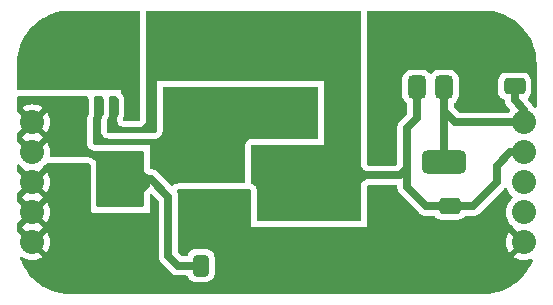
<source format=gtl>
%TF.GenerationSoftware,KiCad,Pcbnew,8.0.0*%
%TF.CreationDate,2024-05-08T18:39:59-04:00*%
%TF.ProjectId,myPowerBoardDesign,6d79506f-7765-4724-926f-617264446573,rev?*%
%TF.SameCoordinates,Original*%
%TF.FileFunction,Copper,L1,Top*%
%TF.FilePolarity,Positive*%
%FSLAX46Y46*%
G04 Gerber Fmt 4.6, Leading zero omitted, Abs format (unit mm)*
G04 Created by KiCad (PCBNEW 8.0.0) date 2024-05-08 18:39:59*
%MOMM*%
%LPD*%
G01*
G04 APERTURE LIST*
G04 Aperture macros list*
%AMRoundRect*
0 Rectangle with rounded corners*
0 $1 Rounding radius*
0 $2 $3 $4 $5 $6 $7 $8 $9 X,Y pos of 4 corners*
0 Add a 4 corners polygon primitive as box body*
4,1,4,$2,$3,$4,$5,$6,$7,$8,$9,$2,$3,0*
0 Add four circle primitives for the rounded corners*
1,1,$1+$1,$2,$3*
1,1,$1+$1,$4,$5*
1,1,$1+$1,$6,$7*
1,1,$1+$1,$8,$9*
0 Add four rect primitives between the rounded corners*
20,1,$1+$1,$2,$3,$4,$5,0*
20,1,$1+$1,$4,$5,$6,$7,0*
20,1,$1+$1,$6,$7,$8,$9,0*
20,1,$1+$1,$8,$9,$2,$3,0*%
G04 Aperture macros list end*
%TA.AperFunction,SMDPad,CuDef*%
%ADD10RoundRect,0.250000X-0.900000X1.000000X-0.900000X-1.000000X0.900000X-1.000000X0.900000X1.000000X0*%
%TD*%
%TA.AperFunction,SMDPad,CuDef*%
%ADD11RoundRect,0.250000X0.650000X-0.412500X0.650000X0.412500X-0.650000X0.412500X-0.650000X-0.412500X0*%
%TD*%
%TA.AperFunction,SMDPad,CuDef*%
%ADD12RoundRect,0.250000X-0.650000X0.412500X-0.650000X-0.412500X0.650000X-0.412500X0.650000X0.412500X0*%
%TD*%
%TA.AperFunction,SMDPad,CuDef*%
%ADD13RoundRect,0.250000X0.412500X0.650000X-0.412500X0.650000X-0.412500X-0.650000X0.412500X-0.650000X0*%
%TD*%
%TA.AperFunction,SMDPad,CuDef*%
%ADD14RoundRect,0.250000X-1.000000X1.950000X-1.000000X-1.950000X1.000000X-1.950000X1.000000X1.950000X0*%
%TD*%
%TA.AperFunction,SMDPad,CuDef*%
%ADD15R,10.200000X3.500000*%
%TD*%
%TA.AperFunction,ComponentPad*%
%ADD16C,2.032000*%
%TD*%
%TA.AperFunction,SMDPad,CuDef*%
%ADD17RoundRect,0.375000X-0.375000X0.625000X-0.375000X-0.625000X0.375000X-0.625000X0.375000X0.625000X0*%
%TD*%
%TA.AperFunction,SMDPad,CuDef*%
%ADD18RoundRect,0.500000X-1.400000X0.500000X-1.400000X-0.500000X1.400000X-0.500000X1.400000X0.500000X0*%
%TD*%
%TA.AperFunction,SMDPad,CuDef*%
%ADD19RoundRect,0.150000X0.150000X-0.675000X0.150000X0.675000X-0.150000X0.675000X-0.150000X-0.675000X0*%
%TD*%
%TA.AperFunction,ViaPad*%
%ADD20C,0.700000*%
%TD*%
%TA.AperFunction,Conductor*%
%ADD21C,0.635000*%
%TD*%
G04 APERTURE END LIST*
D10*
%TO.P,D1,1,K*%
%TO.N,Net-(D1-K)*%
X63977500Y-47872500D03*
%TO.P,D1,2,A*%
%TO.N,GND*%
X63977500Y-52172500D03*
%TD*%
D11*
%TO.P,C7,1*%
%TO.N,GND*%
X84000000Y-54312500D03*
%TO.P,C7,2*%
%TO.N,+5V*%
X84000000Y-51187500D03*
%TD*%
D12*
%TO.P,C5,1*%
%TO.N,GND*%
X89500000Y-37937500D03*
%TO.P,C5,2*%
%TO.N,+3V3*%
X89500000Y-41062500D03*
%TD*%
D13*
%TO.P,C2,1*%
%TO.N,GND*%
X66062500Y-56250000D03*
%TO.P,C2,2*%
%TO.N,VIN*%
X62937500Y-56250000D03*
%TD*%
D14*
%TO.P,C1,1*%
%TO.N,VIN*%
X56400000Y-48900000D03*
%TO.P,C1,2*%
%TO.N,GND*%
X56400000Y-56300000D03*
%TD*%
D15*
%TO.P,L1,1,1*%
%TO.N,Net-(D1-K)*%
X67000000Y-43300000D03*
%TO.P,L1,2,2*%
%TO.N,+5V*%
X67000000Y-36700000D03*
%TD*%
D16*
%TO.P,J1,1,VIN*%
%TO.N,VIN*%
X48670000Y-44110000D03*
%TO.P,J1,2,VIN*%
X48670000Y-46650000D03*
%TO.P,J1,3,GND*%
%TO.N,GND*%
X48670000Y-49190000D03*
%TO.P,J1,4,GND*%
X48670000Y-51730000D03*
%TO.P,J1,5,GND*%
X48670000Y-54270000D03*
%TO.P,J1,6,GND*%
X90285000Y-54270000D03*
%TO.P,J1,7,VOUT2*%
%TO.N,unconnected-(J1-VOUT2-Pad7)*%
X90285000Y-51730000D03*
%TO.P,J1,8,VOUT1*%
%TO.N,unconnected-(J1-VOUT1-Pad8)*%
X90285000Y-49190000D03*
%TO.P,J1,9,5V*%
%TO.N,+5V*%
X90285000Y-46650000D03*
%TO.P,J1,10,3V3*%
%TO.N,+3V3*%
X90285000Y-44110000D03*
%TD*%
D17*
%TO.P,U1,1,GND*%
%TO.N,GND*%
X85850000Y-41150000D03*
%TO.P,U1,2,VO*%
%TO.N,+3V3*%
X83550000Y-41150000D03*
D18*
X83550000Y-47450000D03*
D17*
%TO.P,U1,3,VI*%
%TO.N,+5V*%
X81250000Y-41150000D03*
%TD*%
D14*
%TO.P,C6,1*%
%TO.N,+5V*%
X75000000Y-48600000D03*
%TO.P,C6,2*%
%TO.N,GND*%
X75000000Y-56000000D03*
%TD*%
D19*
%TO.P,U2,1,VIN*%
%TO.N,VIN*%
X53095000Y-42825000D03*
%TO.P,U2,2,OUTPUT*%
%TO.N,Net-(D1-K)*%
X54365000Y-42825000D03*
%TO.P,U2,3,FB*%
%TO.N,+5V*%
X55635000Y-42825000D03*
%TO.P,U2,4,SD*%
%TO.N,GND*%
X56905000Y-42825000D03*
%TO.P,U2,5,GND*%
X56905000Y-37575000D03*
%TO.P,U2,6,GND*%
X55635000Y-37575000D03*
%TO.P,U2,7,GND*%
X54365000Y-37575000D03*
%TO.P,U2,8,GND*%
X53095000Y-37575000D03*
%TD*%
D20*
%TO.N,GND*%
X59000000Y-58200000D03*
X51200000Y-55600000D03*
X88200000Y-52800000D03*
X71000000Y-58200000D03*
X48200000Y-38200000D03*
X78000000Y-37800000D03*
X50800000Y-37000000D03*
X86600000Y-58000000D03*
X55800000Y-35600000D03*
X87200000Y-35400000D03*
X53400000Y-35600000D03*
X88200000Y-54600000D03*
X79200000Y-58000000D03*
X76800000Y-58000000D03*
X84400000Y-37800000D03*
X77800000Y-44600000D03*
X81600000Y-58000000D03*
X81600000Y-54200000D03*
X81600000Y-56400000D03*
X51200000Y-48800000D03*
X48200000Y-39400000D03*
X49200000Y-56600000D03*
X88400000Y-56400000D03*
X77800000Y-42400000D03*
X78000000Y-35400000D03*
X49600000Y-40800000D03*
X68400000Y-54000000D03*
X50800000Y-40800000D03*
X87200000Y-37800000D03*
X50800000Y-38200000D03*
X54400000Y-39400000D03*
X51200000Y-53400000D03*
X65600000Y-54400000D03*
X49600000Y-38200000D03*
X57000000Y-35600000D03*
X53400000Y-58000000D03*
X51200000Y-51200000D03*
X54600000Y-35600000D03*
X81400000Y-35400000D03*
X64600000Y-58200000D03*
X86600000Y-54600000D03*
X48200000Y-40800000D03*
X84400000Y-35400000D03*
X86600000Y-56400000D03*
X62400000Y-54400000D03*
X55800000Y-39400000D03*
X49600000Y-39400000D03*
X50800000Y-39400000D03*
X83800000Y-58000000D03*
X49600000Y-37000000D03*
X84000000Y-56400000D03*
X81400000Y-37800000D03*
X86600000Y-52800000D03*
X51200000Y-58000000D03*
X77800000Y-40200000D03*
X68400000Y-58200000D03*
X81600000Y-52600000D03*
X77800000Y-47000000D03*
%TD*%
D21*
%TO.N,VIN*%
X60200000Y-50400000D02*
X60200000Y-55450000D01*
X56400000Y-48900000D02*
X58700000Y-48900000D01*
X58700000Y-48900000D02*
X60200000Y-50400000D01*
X61000000Y-56250000D02*
X62937500Y-56250000D01*
X60200000Y-55450000D02*
X61000000Y-56250000D01*
%TO.N,+3V3*%
X90285000Y-44110000D02*
X84460000Y-44110000D01*
X83550000Y-43200000D02*
X83550000Y-47450000D01*
X90285000Y-43035000D02*
X89500000Y-42250000D01*
X83550000Y-41150000D02*
X83550000Y-43200000D01*
X84460000Y-44110000D02*
X83550000Y-43200000D01*
X90285000Y-44110000D02*
X90285000Y-43035000D01*
X89500000Y-42250000D02*
X89500000Y-41125000D01*
%TO.N,+5V*%
X89150000Y-46650000D02*
X90285000Y-46650000D01*
X80400000Y-48000000D02*
X80400000Y-44600000D01*
X80400000Y-44600000D02*
X81250000Y-43750000D01*
X88000000Y-49200000D02*
X88000000Y-47800000D01*
X84500000Y-51237500D02*
X85962500Y-51237500D01*
X84500000Y-51237500D02*
X82037500Y-51237500D01*
X80400000Y-48400000D02*
X80400000Y-48000000D01*
X82037500Y-51237500D02*
X80400000Y-49600000D01*
X81250000Y-43750000D02*
X81250000Y-41150000D01*
X88000000Y-47800000D02*
X89150000Y-46650000D01*
X85962500Y-51237500D02*
X88000000Y-49200000D01*
X80400000Y-49600000D02*
X80400000Y-48400000D01*
X75000000Y-48600000D02*
X79800000Y-48600000D01*
X79800000Y-48600000D02*
X80400000Y-48000000D01*
%TD*%
%TA.AperFunction,Conductor*%
%TO.N,GND*%
G36*
X53543039Y-47619685D02*
G01*
X53588794Y-47672489D01*
X53600000Y-47724000D01*
X53600000Y-51600000D01*
X53800000Y-51800000D01*
X58600000Y-51800000D01*
X58600000Y-50256189D01*
X58619685Y-50189150D01*
X58672489Y-50143395D01*
X58741647Y-50133451D01*
X58805203Y-50162476D01*
X58811681Y-50168508D01*
X59345681Y-50702508D01*
X59379166Y-50763831D01*
X59382000Y-50790189D01*
X59382000Y-55530570D01*
X59413433Y-55688595D01*
X59413436Y-55688605D01*
X59429985Y-55728557D01*
X59475097Y-55837468D01*
X59475098Y-55837471D01*
X59564617Y-55971444D01*
X59564620Y-55971448D01*
X60360277Y-56767103D01*
X60360287Y-56767114D01*
X60364617Y-56771444D01*
X60364618Y-56771445D01*
X60478555Y-56885382D01*
X60532216Y-56921236D01*
X60532218Y-56921238D01*
X60532219Y-56921238D01*
X60612532Y-56974903D01*
X60686963Y-57005732D01*
X60686964Y-57005733D01*
X60686965Y-57005733D01*
X60761398Y-57036565D01*
X60842993Y-57052795D01*
X60919429Y-57067999D01*
X60919433Y-57068000D01*
X60919434Y-57068000D01*
X61080566Y-57068000D01*
X61700498Y-57068000D01*
X61767537Y-57087685D01*
X61813292Y-57140489D01*
X61818202Y-57152993D01*
X61840186Y-57219334D01*
X61932288Y-57368656D01*
X62056344Y-57492712D01*
X62205666Y-57584814D01*
X62372203Y-57639999D01*
X62474991Y-57650500D01*
X63400008Y-57650499D01*
X63400016Y-57650498D01*
X63400019Y-57650498D01*
X63456302Y-57644748D01*
X63502797Y-57639999D01*
X63669334Y-57584814D01*
X63818656Y-57492712D01*
X63942712Y-57368656D01*
X64034814Y-57219334D01*
X64089999Y-57052797D01*
X64100500Y-56950009D01*
X64100499Y-55549992D01*
X64089999Y-55447203D01*
X64034814Y-55280666D01*
X63942712Y-55131344D01*
X63818656Y-55007288D01*
X63669334Y-54915186D01*
X63502797Y-54860001D01*
X63502795Y-54860000D01*
X63400010Y-54849500D01*
X62474998Y-54849500D01*
X62474980Y-54849501D01*
X62372203Y-54860000D01*
X62372200Y-54860001D01*
X62205668Y-54915185D01*
X62205663Y-54915187D01*
X62056342Y-55007289D01*
X61932289Y-55131342D01*
X61840187Y-55280663D01*
X61840185Y-55280668D01*
X61818204Y-55347004D01*
X61778431Y-55404449D01*
X61713915Y-55431272D01*
X61700498Y-55432000D01*
X61390188Y-55432000D01*
X61323149Y-55412315D01*
X61302507Y-55395681D01*
X61054319Y-55147492D01*
X61020834Y-55086169D01*
X61018000Y-55059811D01*
X61018000Y-50319433D01*
X61017999Y-50319429D01*
X61005420Y-50256189D01*
X60986565Y-50161398D01*
X60929860Y-50024501D01*
X60924902Y-50012531D01*
X60911779Y-49992891D01*
X60890901Y-49926213D01*
X60909386Y-49858833D01*
X60961365Y-49812143D01*
X61014881Y-49800000D01*
X67076000Y-49800000D01*
X67143039Y-49819685D01*
X67188794Y-49872489D01*
X67200000Y-49924000D01*
X67200000Y-53000000D01*
X77000000Y-53000000D01*
X77000000Y-49542000D01*
X77019685Y-49474961D01*
X77072489Y-49429206D01*
X77124000Y-49418000D01*
X79458000Y-49418000D01*
X79525039Y-49437685D01*
X79570794Y-49490489D01*
X79582000Y-49542000D01*
X79582000Y-49680570D01*
X79613433Y-49838594D01*
X79613436Y-49838606D01*
X79675093Y-49987461D01*
X79675100Y-49987474D01*
X79764617Y-50121444D01*
X79764620Y-50121448D01*
X81397777Y-51754603D01*
X81397787Y-51754614D01*
X81402117Y-51758944D01*
X81402118Y-51758945D01*
X81516055Y-51872882D01*
X81569717Y-51908736D01*
X81569719Y-51908739D01*
X81569719Y-51908738D01*
X81650026Y-51962399D01*
X81650032Y-51962403D01*
X81650036Y-51962405D01*
X81794828Y-52022379D01*
X81797389Y-52023547D01*
X81798895Y-52024063D01*
X81798896Y-52024064D01*
X81798898Y-52024065D01*
X81956931Y-52055499D01*
X81956933Y-52055500D01*
X81956934Y-52055500D01*
X81956935Y-52055500D01*
X82118066Y-52055500D01*
X82692769Y-52055500D01*
X82759808Y-52075185D01*
X82780450Y-52091818D01*
X82881344Y-52192712D01*
X83030666Y-52284814D01*
X83197203Y-52339999D01*
X83299991Y-52350500D01*
X84700008Y-52350499D01*
X84802797Y-52339999D01*
X84969334Y-52284814D01*
X85118656Y-52192712D01*
X85219550Y-52091818D01*
X85280873Y-52058334D01*
X85307231Y-52055500D01*
X86043067Y-52055500D01*
X86043068Y-52055499D01*
X86201102Y-52024065D01*
X86275535Y-51993233D01*
X86349968Y-51962403D01*
X86483945Y-51872882D01*
X88635382Y-49721445D01*
X88647430Y-49703412D01*
X88701039Y-49658608D01*
X88770363Y-49649898D01*
X88833392Y-49680050D01*
X88865094Y-49724849D01*
X88929608Y-49880600D01*
X88929610Y-49880604D01*
X88929611Y-49880605D01*
X89054332Y-50084132D01*
X89209357Y-50265643D01*
X89272337Y-50319433D01*
X89326520Y-50365710D01*
X89364713Y-50424217D01*
X89365211Y-50494085D01*
X89327857Y-50553131D01*
X89326520Y-50554290D01*
X89209357Y-50654357D01*
X89054332Y-50835867D01*
X88929608Y-51039399D01*
X88838261Y-51259931D01*
X88782538Y-51492036D01*
X88763811Y-51730000D01*
X88782538Y-51967963D01*
X88838261Y-52200068D01*
X88929608Y-52420600D01*
X88929610Y-52420604D01*
X88929611Y-52420605D01*
X89054332Y-52624132D01*
X89209357Y-52805643D01*
X89335225Y-52913144D01*
X89358180Y-52932750D01*
X89396373Y-52991257D01*
X89399887Y-53031335D01*
X90149057Y-53780504D01*
X90088919Y-53796619D01*
X89973080Y-53863498D01*
X89878498Y-53958080D01*
X89811619Y-54073919D01*
X89795505Y-54134057D01*
X89048229Y-53386781D01*
X88930056Y-53579621D01*
X88838742Y-53800074D01*
X88783033Y-54032116D01*
X88764312Y-54270000D01*
X88783033Y-54507883D01*
X88838742Y-54739925D01*
X88930056Y-54960378D01*
X89048229Y-55153217D01*
X89795504Y-54405941D01*
X89811619Y-54466081D01*
X89878498Y-54581920D01*
X89973080Y-54676502D01*
X90088919Y-54743381D01*
X90149056Y-54759494D01*
X89401781Y-55506769D01*
X89594621Y-55624943D01*
X89815075Y-55716257D01*
X89815072Y-55716257D01*
X90047116Y-55771966D01*
X90285000Y-55790687D01*
X90522883Y-55771966D01*
X90754925Y-55716257D01*
X90878986Y-55664869D01*
X90948455Y-55657400D01*
X91010934Y-55688675D01*
X91046587Y-55748763D01*
X91044094Y-55818588D01*
X91041000Y-55826883D01*
X90950002Y-56046572D01*
X90945430Y-56056376D01*
X90769183Y-56394942D01*
X90763775Y-56404310D01*
X90558681Y-56726244D01*
X90552476Y-56735105D01*
X90320110Y-57037930D01*
X90313156Y-57046217D01*
X90055284Y-57327635D01*
X90047635Y-57335284D01*
X89766217Y-57593156D01*
X89757930Y-57600110D01*
X89455105Y-57832476D01*
X89446244Y-57838681D01*
X89124310Y-58043775D01*
X89114942Y-58049183D01*
X88776376Y-58225430D01*
X88766572Y-58230002D01*
X88413921Y-58376075D01*
X88403755Y-58379775D01*
X88039721Y-58494554D01*
X88029272Y-58497354D01*
X87656610Y-58579971D01*
X87645957Y-58581849D01*
X87267526Y-58631671D01*
X87256750Y-58632614D01*
X86872703Y-58649382D01*
X86867294Y-58649500D01*
X51872706Y-58649500D01*
X51867297Y-58649382D01*
X51483249Y-58632614D01*
X51472473Y-58631671D01*
X51094042Y-58581849D01*
X51083389Y-58579971D01*
X50710727Y-58497354D01*
X50700278Y-58494554D01*
X50336244Y-58379775D01*
X50326078Y-58376075D01*
X49973427Y-58230002D01*
X49963623Y-58225430D01*
X49625057Y-58049183D01*
X49615689Y-58043775D01*
X49293755Y-57838681D01*
X49284894Y-57832476D01*
X48982069Y-57600110D01*
X48973782Y-57593156D01*
X48692364Y-57335284D01*
X48684715Y-57327635D01*
X48426843Y-57046217D01*
X48419889Y-57037930D01*
X48187523Y-56735105D01*
X48181318Y-56726244D01*
X47976224Y-56404310D01*
X47970816Y-56394942D01*
X47794569Y-56056376D01*
X47789997Y-56046572D01*
X47758880Y-55971448D01*
X47643920Y-55693911D01*
X47640224Y-55683754D01*
X47635688Y-55669367D01*
X47634303Y-55599511D01*
X47670905Y-55539996D01*
X47733873Y-55509717D01*
X47803215Y-55518288D01*
X47818739Y-55526354D01*
X47979621Y-55624943D01*
X48200075Y-55716257D01*
X48200072Y-55716257D01*
X48432116Y-55771966D01*
X48670000Y-55790687D01*
X48907883Y-55771966D01*
X49139925Y-55716257D01*
X49360378Y-55624943D01*
X49553217Y-55506770D01*
X49553217Y-55506769D01*
X48805942Y-54759495D01*
X48866081Y-54743381D01*
X48981920Y-54676502D01*
X49076502Y-54581920D01*
X49143381Y-54466081D01*
X49159495Y-54405942D01*
X49906769Y-55153217D01*
X49906770Y-55153217D01*
X50024943Y-54960378D01*
X50116257Y-54739925D01*
X50171966Y-54507883D01*
X50190687Y-54270000D01*
X50171966Y-54032116D01*
X50116257Y-53800074D01*
X50024943Y-53579621D01*
X49906769Y-53386781D01*
X49159494Y-54134056D01*
X49143381Y-54073919D01*
X49076502Y-53958080D01*
X48981920Y-53863498D01*
X48866081Y-53796619D01*
X48805942Y-53780505D01*
X49553217Y-53033229D01*
X49551009Y-53014575D01*
X49551009Y-52985423D01*
X49553217Y-52966769D01*
X48805942Y-52219495D01*
X48866081Y-52203381D01*
X48981920Y-52136502D01*
X49076502Y-52041920D01*
X49143381Y-51926081D01*
X49159495Y-51865942D01*
X49906769Y-52613217D01*
X49906770Y-52613217D01*
X50024943Y-52420378D01*
X50116257Y-52199925D01*
X50171966Y-51967883D01*
X50190687Y-51730000D01*
X50171966Y-51492116D01*
X50116257Y-51260074D01*
X50024943Y-51039621D01*
X49906769Y-50846781D01*
X49159494Y-51594056D01*
X49143381Y-51533919D01*
X49076502Y-51418080D01*
X48981920Y-51323498D01*
X48866081Y-51256619D01*
X48805942Y-51240505D01*
X49553217Y-50493229D01*
X49551009Y-50474575D01*
X49551009Y-50445423D01*
X49553217Y-50426769D01*
X48805942Y-49679495D01*
X48866081Y-49663381D01*
X48981920Y-49596502D01*
X49076502Y-49501920D01*
X49143381Y-49386081D01*
X49159495Y-49325942D01*
X49906769Y-50073217D01*
X49906770Y-50073217D01*
X50024943Y-49880378D01*
X50116257Y-49659925D01*
X50171966Y-49427883D01*
X50190687Y-49190000D01*
X50171966Y-48952116D01*
X50116257Y-48720074D01*
X50024943Y-48499621D01*
X49906769Y-48306781D01*
X49159494Y-49054056D01*
X49143381Y-48993919D01*
X49076502Y-48878080D01*
X48981920Y-48783498D01*
X48866081Y-48716619D01*
X48805942Y-48700505D01*
X49556122Y-47950324D01*
X49565878Y-47892728D01*
X49596816Y-47852752D01*
X49745643Y-47725643D01*
X49815827Y-47643467D01*
X49874332Y-47605275D01*
X49910116Y-47600000D01*
X53476000Y-47600000D01*
X53543039Y-47619685D01*
G37*
%TD.AperFunction*%
%TA.AperFunction,Conductor*%
G36*
X48196619Y-51926081D02*
G01*
X48263498Y-52041920D01*
X48358080Y-52136502D01*
X48473919Y-52203381D01*
X48534057Y-52219494D01*
X47786781Y-52966769D01*
X47788990Y-52985425D01*
X47788990Y-53014573D01*
X47786781Y-53033229D01*
X48534057Y-53780504D01*
X48473919Y-53796619D01*
X48358080Y-53863498D01*
X48263498Y-53958080D01*
X48196619Y-54073919D01*
X48180505Y-54134057D01*
X47406819Y-53360371D01*
X47373334Y-53299048D01*
X47370500Y-53272690D01*
X47370500Y-52727309D01*
X47390185Y-52660270D01*
X47406819Y-52639628D01*
X48180504Y-51865942D01*
X48196619Y-51926081D01*
G37*
%TD.AperFunction*%
%TA.AperFunction,Conductor*%
G36*
X48196619Y-49386081D02*
G01*
X48263498Y-49501920D01*
X48358080Y-49596502D01*
X48473919Y-49663381D01*
X48534057Y-49679494D01*
X47786781Y-50426769D01*
X47788990Y-50445425D01*
X47788990Y-50474573D01*
X47786781Y-50493229D01*
X48534057Y-51240504D01*
X48473919Y-51256619D01*
X48358080Y-51323498D01*
X48263498Y-51418080D01*
X48196619Y-51533919D01*
X48180505Y-51594057D01*
X47406819Y-50820371D01*
X47373334Y-50759048D01*
X47370500Y-50732690D01*
X47370500Y-50187309D01*
X47390185Y-50120270D01*
X47406819Y-50099628D01*
X48180504Y-49325942D01*
X48196619Y-49386081D01*
G37*
%TD.AperFunction*%
%TA.AperFunction,Conductor*%
G36*
X47575703Y-47705943D02*
G01*
X47588784Y-47719118D01*
X47592954Y-47724000D01*
X47594358Y-47725644D01*
X47743180Y-47852750D01*
X47781373Y-47911257D01*
X47784887Y-47951335D01*
X48534057Y-48700504D01*
X48473919Y-48716619D01*
X48358080Y-48783498D01*
X48263498Y-48878080D01*
X48196619Y-48993919D01*
X48180505Y-49054057D01*
X47406819Y-48280371D01*
X47373334Y-48219048D01*
X47370500Y-48192690D01*
X47370500Y-47799656D01*
X47390185Y-47732617D01*
X47442989Y-47686862D01*
X47512147Y-47676918D01*
X47575703Y-47705943D01*
G37*
%TD.AperFunction*%
%TA.AperFunction,Conductor*%
G36*
X86872702Y-34650617D02*
G01*
X87256771Y-34667386D01*
X87267506Y-34668326D01*
X87645971Y-34718152D01*
X87656597Y-34720025D01*
X88029284Y-34802648D01*
X88039710Y-34805442D01*
X88403765Y-34920227D01*
X88413911Y-34923920D01*
X88766578Y-35070000D01*
X88776369Y-35074566D01*
X89114942Y-35250816D01*
X89124310Y-35256224D01*
X89446244Y-35461318D01*
X89455105Y-35467523D01*
X89757930Y-35699889D01*
X89766217Y-35706843D01*
X90047635Y-35964715D01*
X90055284Y-35972364D01*
X90313156Y-36253782D01*
X90320110Y-36262069D01*
X90552476Y-36564894D01*
X90558681Y-36573755D01*
X90763775Y-36895689D01*
X90769183Y-36905057D01*
X90945430Y-37243623D01*
X90950002Y-37253427D01*
X91096075Y-37606078D01*
X91099775Y-37616244D01*
X91214554Y-37980278D01*
X91217354Y-37990727D01*
X91299971Y-38363389D01*
X91301849Y-38374042D01*
X91351671Y-38752473D01*
X91352614Y-38763249D01*
X91369382Y-39147297D01*
X91369500Y-39152706D01*
X91369500Y-42774571D01*
X91349815Y-42841610D01*
X91297011Y-42887365D01*
X91227853Y-42897309D01*
X91180710Y-42880298D01*
X91115364Y-42840254D01*
X91068489Y-42788443D01*
X91065594Y-42781981D01*
X91054257Y-42754612D01*
X91054256Y-42754610D01*
X91009905Y-42647536D01*
X91009904Y-42647535D01*
X91009903Y-42647532D01*
X90954501Y-42564618D01*
X90920382Y-42513555D01*
X90920380Y-42513553D01*
X90920378Y-42513550D01*
X90802126Y-42395298D01*
X90802103Y-42395277D01*
X90634278Y-42227452D01*
X90600793Y-42166129D01*
X90605777Y-42096437D01*
X90634278Y-42052090D01*
X90638937Y-42047431D01*
X90742712Y-41943656D01*
X90834814Y-41794334D01*
X90889999Y-41627797D01*
X90900500Y-41525009D01*
X90900499Y-40599992D01*
X90889999Y-40497203D01*
X90834814Y-40330666D01*
X90742712Y-40181344D01*
X90618656Y-40057288D01*
X90469334Y-39965186D01*
X90302797Y-39910001D01*
X90302795Y-39910000D01*
X90200010Y-39899500D01*
X88799998Y-39899500D01*
X88799981Y-39899501D01*
X88697203Y-39910000D01*
X88697200Y-39910001D01*
X88530668Y-39965185D01*
X88530663Y-39965187D01*
X88381342Y-40057289D01*
X88257289Y-40181342D01*
X88165187Y-40330663D01*
X88165186Y-40330666D01*
X88110001Y-40497203D01*
X88110001Y-40497204D01*
X88110000Y-40497204D01*
X88099500Y-40599983D01*
X88099500Y-41525001D01*
X88099501Y-41525019D01*
X88110000Y-41627796D01*
X88110001Y-41627799D01*
X88138915Y-41715054D01*
X88165186Y-41794334D01*
X88257288Y-41943656D01*
X88381344Y-42067712D01*
X88530666Y-42159814D01*
X88597005Y-42181796D01*
X88654448Y-42221567D01*
X88681272Y-42286082D01*
X88682000Y-42299501D01*
X88682000Y-42330570D01*
X88713433Y-42488594D01*
X88713436Y-42488606D01*
X88775093Y-42637461D01*
X88775100Y-42637474D01*
X88864617Y-42771444D01*
X88864620Y-42771448D01*
X89090611Y-42997438D01*
X89124096Y-43058761D01*
X89119112Y-43128452D01*
X89097221Y-43165650D01*
X89054332Y-43215866D01*
X89054329Y-43215871D01*
X89043963Y-43232788D01*
X88992152Y-43279664D01*
X88938235Y-43292000D01*
X84850189Y-43292000D01*
X84783150Y-43272315D01*
X84762508Y-43255681D01*
X84404319Y-42897492D01*
X84370834Y-42836169D01*
X84368000Y-42809811D01*
X84368000Y-42601606D01*
X84387685Y-42534567D01*
X84414313Y-42504959D01*
X84434672Y-42488594D01*
X84547722Y-42397722D01*
X84667030Y-42249296D01*
X84751641Y-42078693D01*
X84797600Y-41893889D01*
X84800500Y-41851123D01*
X84800499Y-40448878D01*
X84797600Y-40406111D01*
X84751641Y-40221307D01*
X84670296Y-40057289D01*
X84667032Y-40050707D01*
X84667030Y-40050704D01*
X84547722Y-39902278D01*
X84547721Y-39902277D01*
X84399295Y-39782969D01*
X84399292Y-39782967D01*
X84228697Y-39698360D01*
X84043892Y-39652400D01*
X84022506Y-39650950D01*
X84001123Y-39649500D01*
X84001120Y-39649500D01*
X83098877Y-39649500D01*
X83098874Y-39649501D01*
X83056113Y-39652399D01*
X83056112Y-39652399D01*
X82871303Y-39698360D01*
X82700707Y-39782967D01*
X82700704Y-39782969D01*
X82552278Y-39902277D01*
X82552277Y-39902278D01*
X82496647Y-39971486D01*
X82439304Y-40011405D01*
X82369482Y-40013985D01*
X82309349Y-39978406D01*
X82303353Y-39971486D01*
X82247722Y-39902278D01*
X82247721Y-39902277D01*
X82099295Y-39782969D01*
X82099292Y-39782967D01*
X81928697Y-39698360D01*
X81743892Y-39652400D01*
X81722506Y-39650950D01*
X81701123Y-39649500D01*
X81701120Y-39649500D01*
X80798877Y-39649500D01*
X80798874Y-39649501D01*
X80756113Y-39652399D01*
X80756112Y-39652399D01*
X80571303Y-39698360D01*
X80400707Y-39782967D01*
X80400704Y-39782969D01*
X80252278Y-39902277D01*
X80252277Y-39902278D01*
X80132969Y-40050704D01*
X80132967Y-40050707D01*
X80048360Y-40221302D01*
X80002400Y-40406107D01*
X79999500Y-40448879D01*
X79999500Y-41851122D01*
X79999501Y-41851125D01*
X80002399Y-41893886D01*
X80002399Y-41893887D01*
X80014777Y-41943657D01*
X80040584Y-42047431D01*
X80048360Y-42078696D01*
X80132967Y-42249292D01*
X80132969Y-42249295D01*
X80252277Y-42397721D01*
X80252278Y-42397722D01*
X80385687Y-42504959D01*
X80425606Y-42562302D01*
X80432000Y-42601606D01*
X80432000Y-43359810D01*
X80412315Y-43426849D01*
X80395681Y-43447491D01*
X79764620Y-44078551D01*
X79764617Y-44078555D01*
X79675098Y-44212528D01*
X79675097Y-44212531D01*
X79650695Y-44271444D01*
X79650695Y-44271445D01*
X79613435Y-44361397D01*
X79613433Y-44361405D01*
X79582000Y-44519429D01*
X79582000Y-47609811D01*
X79562315Y-47676850D01*
X79545681Y-47697492D01*
X79497492Y-47745681D01*
X79436169Y-47779166D01*
X79409811Y-47782000D01*
X77124000Y-47782000D01*
X77056961Y-47762315D01*
X77011206Y-47709511D01*
X77000000Y-47658000D01*
X77000000Y-34774500D01*
X77019685Y-34707461D01*
X77072489Y-34661706D01*
X77124000Y-34650500D01*
X86804108Y-34650500D01*
X86867294Y-34650500D01*
X86872702Y-34650617D01*
G37*
%TD.AperFunction*%
%TD*%
%TA.AperFunction,Conductor*%
%TO.N,Net-(D1-K)*%
G36*
X72837539Y-41125185D02*
G01*
X72883294Y-41177989D01*
X72894500Y-41229500D01*
X72894500Y-45370500D01*
X72874815Y-45437539D01*
X72822011Y-45483294D01*
X72770500Y-45494500D01*
X67324000Y-45494500D01*
X67323991Y-45494500D01*
X67323990Y-45494501D01*
X67216549Y-45506052D01*
X67216537Y-45506054D01*
X67165027Y-45517260D01*
X67062502Y-45551383D01*
X67062496Y-45551386D01*
X66941462Y-45629171D01*
X66941451Y-45629179D01*
X66888659Y-45674923D01*
X66794433Y-45783664D01*
X66794430Y-45783668D01*
X66734664Y-45914534D01*
X66714976Y-45981582D01*
X66694500Y-46124001D01*
X66694500Y-49170500D01*
X66674815Y-49237539D01*
X66622011Y-49283294D01*
X66570500Y-49294500D01*
X61014878Y-49294500D01*
X60903023Y-49307030D01*
X60903019Y-49307031D01*
X60849512Y-49319172D01*
X60743200Y-49356145D01*
X60623567Y-49436080D01*
X60589489Y-49466690D01*
X60526461Y-49496843D01*
X60457136Y-49488134D01*
X60418948Y-49462120D01*
X59221448Y-48264620D01*
X59221444Y-48264617D01*
X59087471Y-48175098D01*
X59087468Y-48175097D01*
X58996798Y-48137541D01*
X58938602Y-48113435D01*
X58938594Y-48113433D01*
X58780570Y-48082000D01*
X58780566Y-48082000D01*
X58724000Y-48082000D01*
X58656961Y-48062315D01*
X58611206Y-48009511D01*
X58600000Y-47958000D01*
X58600000Y-46000000D01*
X53924000Y-46000000D01*
X53856961Y-45980315D01*
X53811206Y-45927511D01*
X53800000Y-45876000D01*
X53800000Y-43873360D01*
X53817268Y-43810239D01*
X53832332Y-43784767D01*
X53846744Y-43760398D01*
X53892598Y-43602569D01*
X53895500Y-43565694D01*
X53895500Y-42084306D01*
X53892598Y-42047431D01*
X53892101Y-42041114D01*
X53894530Y-42040922D01*
X53900723Y-41982267D01*
X53944460Y-41927779D01*
X54010712Y-41905588D01*
X54015375Y-41905500D01*
X54536016Y-41905500D01*
X54603055Y-41925185D01*
X54632413Y-41951502D01*
X54633511Y-41952859D01*
X54660377Y-42017357D01*
X54660858Y-42038817D01*
X54658159Y-42080767D01*
X54658159Y-42080774D01*
X54659618Y-42099311D01*
X54660000Y-42109038D01*
X54660000Y-43502986D01*
X54655075Y-43537585D01*
X54653501Y-43543002D01*
X54641158Y-43571524D01*
X54612289Y-43620339D01*
X54606135Y-43629744D01*
X54594433Y-43645971D01*
X54534663Y-43776845D01*
X54524858Y-43810239D01*
X54514977Y-43843888D01*
X54514976Y-43843892D01*
X54494500Y-43986308D01*
X54494500Y-44876000D01*
X54494501Y-44876009D01*
X54506052Y-44983450D01*
X54506054Y-44983462D01*
X54517260Y-45034972D01*
X54551383Y-45137497D01*
X54551386Y-45137503D01*
X54629171Y-45258537D01*
X54629179Y-45258548D01*
X54674923Y-45311340D01*
X54674926Y-45311343D01*
X54674930Y-45311347D01*
X54783664Y-45405567D01*
X54783667Y-45405568D01*
X54783668Y-45405569D01*
X54877925Y-45448616D01*
X54914541Y-45465338D01*
X54981580Y-45485023D01*
X54981584Y-45485024D01*
X55124000Y-45505500D01*
X55124003Y-45505500D01*
X59075990Y-45505500D01*
X59076000Y-45505500D01*
X59183456Y-45493947D01*
X59234967Y-45482741D01*
X59269197Y-45471347D01*
X59337497Y-45448616D01*
X59337501Y-45448613D01*
X59337504Y-45448613D01*
X59458543Y-45370825D01*
X59511347Y-45325070D01*
X59605567Y-45216336D01*
X59665338Y-45085459D01*
X59685023Y-45018420D01*
X59685024Y-45018416D01*
X59705500Y-44876000D01*
X59705500Y-41229500D01*
X59725185Y-41162461D01*
X59777989Y-41116706D01*
X59829500Y-41105500D01*
X72770500Y-41105500D01*
X72837539Y-41125185D01*
G37*
%TD.AperFunction*%
%TD*%
%TA.AperFunction,Conductor*%
%TO.N,GND*%
G36*
X57743039Y-34670185D02*
G01*
X57788794Y-34722989D01*
X57800000Y-34774500D01*
X57800000Y-43876000D01*
X57780315Y-43943039D01*
X57727511Y-43988794D01*
X57676000Y-44000000D01*
X56462439Y-44000000D01*
X56395400Y-43980315D01*
X56349645Y-43927511D01*
X56339701Y-43858353D01*
X56355707Y-43812879D01*
X56356888Y-43810880D01*
X56386744Y-43760398D01*
X56432598Y-43602569D01*
X56435500Y-43565694D01*
X56435500Y-42084306D01*
X56432598Y-42047431D01*
X56386744Y-41889602D01*
X56303081Y-41748135D01*
X56303079Y-41748133D01*
X56303076Y-41748129D01*
X56236319Y-41681372D01*
X56202834Y-41620049D01*
X56200000Y-41593691D01*
X56200000Y-41400000D01*
X47494500Y-41400000D01*
X47427461Y-41380315D01*
X47381706Y-41327511D01*
X47370500Y-41276000D01*
X47370500Y-39152706D01*
X47370618Y-39147297D01*
X47373377Y-39084108D01*
X47387386Y-38763226D01*
X47388326Y-38752495D01*
X47438152Y-38374025D01*
X47440025Y-38363405D01*
X47522649Y-37990709D01*
X47525440Y-37980295D01*
X47640230Y-37616227D01*
X47643917Y-37606095D01*
X47790003Y-37253412D01*
X47794561Y-37243638D01*
X47970822Y-36905045D01*
X47976217Y-36895700D01*
X48181325Y-36573744D01*
X48187515Y-36564905D01*
X48419896Y-36262060D01*
X48426834Y-36253791D01*
X48684726Y-35972352D01*
X48692352Y-35964726D01*
X48973791Y-35706834D01*
X48982060Y-35699896D01*
X49284905Y-35467515D01*
X49293744Y-35461325D01*
X49615700Y-35256217D01*
X49625045Y-35250822D01*
X49963638Y-35074561D01*
X49973412Y-35070003D01*
X50326095Y-34923917D01*
X50336227Y-34920230D01*
X50700295Y-34805440D01*
X50710709Y-34802649D01*
X51083405Y-34720025D01*
X51094025Y-34718152D01*
X51472495Y-34668326D01*
X51483226Y-34667386D01*
X51867297Y-34650617D01*
X51872706Y-34650500D01*
X57676000Y-34650500D01*
X57743039Y-34670185D01*
G37*
%TD.AperFunction*%
%TD*%
%TA.AperFunction,Conductor*%
%TO.N,+5V*%
G36*
X76437539Y-34670185D02*
G01*
X76483294Y-34722989D01*
X76494500Y-34774500D01*
X76494500Y-47658000D01*
X76494501Y-47658009D01*
X76506052Y-47765450D01*
X76506054Y-47765462D01*
X76517260Y-47816972D01*
X76551383Y-47919497D01*
X76551386Y-47919503D01*
X76629171Y-48040537D01*
X76629179Y-48040548D01*
X76674923Y-48093340D01*
X76674926Y-48093343D01*
X76674930Y-48093347D01*
X76783664Y-48187567D01*
X76783667Y-48187568D01*
X76783668Y-48187569D01*
X76914542Y-48247339D01*
X76918685Y-48248884D01*
X76917969Y-48250803D01*
X76969702Y-48284040D01*
X76998735Y-48347592D01*
X77000000Y-48365256D01*
X77000000Y-48834204D01*
X76980315Y-48901243D01*
X76927511Y-48946998D01*
X76915159Y-48951858D01*
X76862502Y-48969383D01*
X76862496Y-48969386D01*
X76741462Y-49047171D01*
X76741451Y-49047179D01*
X76688659Y-49092923D01*
X76594433Y-49201664D01*
X76594430Y-49201668D01*
X76534664Y-49332534D01*
X76514976Y-49399582D01*
X76494500Y-49542001D01*
X76494500Y-52370500D01*
X76474815Y-52437539D01*
X76422011Y-52483294D01*
X76370500Y-52494500D01*
X67829500Y-52494500D01*
X67762461Y-52474815D01*
X67716706Y-52422011D01*
X67705500Y-52370500D01*
X67705500Y-49924010D01*
X67705500Y-49924000D01*
X67693947Y-49816544D01*
X67682741Y-49765033D01*
X67675137Y-49742186D01*
X67648616Y-49662502D01*
X67648613Y-49662496D01*
X67579317Y-49554671D01*
X67570825Y-49541457D01*
X67570820Y-49541451D01*
X67525076Y-49488659D01*
X67525072Y-49488656D01*
X67525070Y-49488653D01*
X67416336Y-49394433D01*
X67416333Y-49394431D01*
X67416331Y-49394430D01*
X67285457Y-49334660D01*
X67281315Y-49333116D01*
X67282017Y-49331232D01*
X67230182Y-49297825D01*
X67201239Y-49234231D01*
X67200000Y-49216743D01*
X67200000Y-46124000D01*
X67219685Y-46056961D01*
X67272489Y-46011206D01*
X67324000Y-46000000D01*
X73400000Y-46000000D01*
X73400000Y-40600000D01*
X59200000Y-40600000D01*
X59200000Y-44876000D01*
X59180315Y-44943039D01*
X59127511Y-44988794D01*
X59076000Y-45000000D01*
X55124000Y-45000000D01*
X55056961Y-44980315D01*
X55011206Y-44927511D01*
X55000000Y-44876000D01*
X55000000Y-43986308D01*
X55019685Y-43919269D01*
X55028571Y-43908243D01*
X55028298Y-43908031D01*
X55033075Y-43901870D01*
X55033081Y-43901865D01*
X55116744Y-43760398D01*
X55162598Y-43602569D01*
X55165500Y-43565694D01*
X55165500Y-42084306D01*
X55162598Y-42047431D01*
X55162101Y-42041114D01*
X55164530Y-42040922D01*
X55170723Y-41982267D01*
X55214460Y-41927779D01*
X55280712Y-41905588D01*
X55285375Y-41905500D01*
X55717009Y-41905500D01*
X55784048Y-41925185D01*
X55816274Y-41955188D01*
X55878877Y-42038814D01*
X55878880Y-42038817D01*
X55878884Y-42038822D01*
X55889396Y-42049333D01*
X55908448Y-42073892D01*
X55911158Y-42078474D01*
X55923501Y-42106996D01*
X55925075Y-42112413D01*
X55930000Y-42147009D01*
X55930000Y-43502988D01*
X55925074Y-43537592D01*
X55921276Y-43550661D01*
X55914589Y-43568450D01*
X55878885Y-43645036D01*
X55878883Y-43645041D01*
X55862876Y-43690518D01*
X55839346Y-43786415D01*
X55839346Y-43930293D01*
X55839347Y-43930297D01*
X55849291Y-43999455D01*
X55849292Y-43999460D01*
X55849293Y-43999463D01*
X55889825Y-44137501D01*
X55889828Y-44137507D01*
X55967610Y-44258537D01*
X55967618Y-44258548D01*
X56013362Y-44311340D01*
X56013365Y-44311343D01*
X56013369Y-44311347D01*
X56122103Y-44405567D01*
X56122106Y-44405568D01*
X56122107Y-44405569D01*
X56247120Y-44462662D01*
X56252980Y-44465338D01*
X56320019Y-44485023D01*
X56320023Y-44485024D01*
X56462439Y-44505500D01*
X56462442Y-44505500D01*
X57675990Y-44505500D01*
X57676000Y-44505500D01*
X57783456Y-44493947D01*
X57834967Y-44482741D01*
X57869197Y-44471347D01*
X57937497Y-44448616D01*
X57937501Y-44448613D01*
X57937504Y-44448613D01*
X58058543Y-44370825D01*
X58111347Y-44325070D01*
X58205567Y-44216336D01*
X58265338Y-44085459D01*
X58285023Y-44018420D01*
X58285024Y-44018416D01*
X58305500Y-43876000D01*
X58305500Y-34774500D01*
X58325185Y-34707461D01*
X58377989Y-34661706D01*
X58429500Y-34650500D01*
X76370500Y-34650500D01*
X76437539Y-34670185D01*
G37*
%TD.AperFunction*%
%TD*%
%TA.AperFunction,Conductor*%
%TO.N,VIN*%
G36*
X53333055Y-41925185D02*
G01*
X53362413Y-41951502D01*
X53363511Y-41952859D01*
X53390377Y-42017357D01*
X53390858Y-42038817D01*
X53388159Y-42080767D01*
X53388159Y-42080774D01*
X53389618Y-42099311D01*
X53390000Y-42109038D01*
X53390000Y-43502986D01*
X53385075Y-43537587D01*
X53379288Y-43557502D01*
X53374398Y-43571251D01*
X53329686Y-43676842D01*
X53329681Y-43676856D01*
X53312415Y-43739971D01*
X53294500Y-43873354D01*
X53294500Y-43873360D01*
X53294500Y-45876000D01*
X53294501Y-45876009D01*
X53306052Y-45983450D01*
X53306054Y-45983462D01*
X53317260Y-46034972D01*
X53351383Y-46137497D01*
X53351386Y-46137503D01*
X53429171Y-46258537D01*
X53429179Y-46258548D01*
X53474923Y-46311340D01*
X53474926Y-46311343D01*
X53474930Y-46311347D01*
X53583664Y-46405567D01*
X53583667Y-46405568D01*
X53583668Y-46405569D01*
X53701455Y-46459362D01*
X53714541Y-46465338D01*
X53781580Y-46485023D01*
X53781584Y-46485024D01*
X53924000Y-46505500D01*
X57970500Y-46505500D01*
X58037539Y-46525185D01*
X58083294Y-46577989D01*
X58094500Y-46629500D01*
X58094500Y-47958000D01*
X58094501Y-47958009D01*
X58106052Y-48065450D01*
X58106054Y-48065462D01*
X58117260Y-48116972D01*
X58151383Y-48219497D01*
X58151386Y-48219503D01*
X58229171Y-48340537D01*
X58229179Y-48340548D01*
X58274923Y-48393340D01*
X58274926Y-48393343D01*
X58274930Y-48393347D01*
X58383664Y-48487567D01*
X58383667Y-48487568D01*
X58383668Y-48487569D01*
X58514542Y-48547339D01*
X58518685Y-48548884D01*
X58517969Y-48550803D01*
X58569702Y-48584040D01*
X58598735Y-48647592D01*
X58600000Y-48665256D01*
X58600000Y-49550376D01*
X58580315Y-49617415D01*
X58527511Y-49663170D01*
X58510935Y-49669353D01*
X58462498Y-49683575D01*
X58462492Y-49683578D01*
X58341462Y-49761360D01*
X58341451Y-49761368D01*
X58288659Y-49807112D01*
X58194433Y-49915853D01*
X58194430Y-49915857D01*
X58134664Y-50046723D01*
X58114976Y-50113771D01*
X58094500Y-50256190D01*
X58094500Y-51170500D01*
X58074815Y-51237539D01*
X58022011Y-51283294D01*
X57970500Y-51294500D01*
X54229500Y-51294500D01*
X54162461Y-51274815D01*
X54116706Y-51222011D01*
X54105500Y-51170500D01*
X54105500Y-47724010D01*
X54105500Y-47724000D01*
X54093947Y-47616544D01*
X54082741Y-47565033D01*
X54077540Y-47549406D01*
X54048616Y-47462502D01*
X54048613Y-47462496D01*
X53970828Y-47341462D01*
X53970825Y-47341457D01*
X53969211Y-47339594D01*
X53925076Y-47288659D01*
X53925072Y-47288656D01*
X53925070Y-47288653D01*
X53816336Y-47194433D01*
X53816333Y-47194431D01*
X53816331Y-47194430D01*
X53685465Y-47134664D01*
X53685460Y-47134662D01*
X53685459Y-47134662D01*
X53618420Y-47114977D01*
X53618422Y-47114977D01*
X53618417Y-47114976D01*
X53550275Y-47105179D01*
X53476000Y-47094500D01*
X50279656Y-47094500D01*
X50212617Y-47074815D01*
X50166862Y-47022011D01*
X50156918Y-46952853D01*
X50159082Y-46941553D01*
X50171965Y-46887891D01*
X50190687Y-46649999D01*
X50171966Y-46412116D01*
X50116257Y-46180074D01*
X50024943Y-45959621D01*
X49906769Y-45766781D01*
X49159494Y-46514056D01*
X49143381Y-46453919D01*
X49076502Y-46338080D01*
X48981920Y-46243498D01*
X48866081Y-46176619D01*
X48805942Y-46160505D01*
X49553217Y-45413229D01*
X49551009Y-45394575D01*
X49551009Y-45365423D01*
X49553217Y-45346769D01*
X48805942Y-44599495D01*
X48866081Y-44583381D01*
X48981920Y-44516502D01*
X49076502Y-44421920D01*
X49143381Y-44306081D01*
X49159495Y-44245942D01*
X49906769Y-44993217D01*
X49906770Y-44993217D01*
X50024943Y-44800378D01*
X50116257Y-44579925D01*
X50171966Y-44347883D01*
X50190687Y-44110000D01*
X50171966Y-43872116D01*
X50116257Y-43640074D01*
X50024943Y-43419621D01*
X49906769Y-43226781D01*
X49159494Y-43974056D01*
X49143381Y-43913919D01*
X49076502Y-43798080D01*
X48981920Y-43703498D01*
X48866081Y-43636619D01*
X48805942Y-43620505D01*
X49553217Y-42873229D01*
X49360378Y-42755056D01*
X49139924Y-42663742D01*
X49139927Y-42663742D01*
X48907883Y-42608033D01*
X48670000Y-42589312D01*
X48432116Y-42608033D01*
X48200074Y-42663742D01*
X47979621Y-42755056D01*
X47786781Y-42873229D01*
X48534057Y-43620504D01*
X48473919Y-43636619D01*
X48358080Y-43703498D01*
X48263498Y-43798080D01*
X48196619Y-43913919D01*
X48180505Y-43974057D01*
X47406819Y-43200371D01*
X47373334Y-43139048D01*
X47370500Y-43112690D01*
X47370500Y-42029500D01*
X47390185Y-41962461D01*
X47442989Y-41916706D01*
X47494500Y-41905500D01*
X53266016Y-41905500D01*
X53333055Y-41925185D01*
G37*
%TD.AperFunction*%
%TA.AperFunction,Conductor*%
G36*
X48196619Y-44306081D02*
G01*
X48263498Y-44421920D01*
X48358080Y-44516502D01*
X48473919Y-44583381D01*
X48534057Y-44599494D01*
X47786781Y-45346769D01*
X47788990Y-45365425D01*
X47788990Y-45394573D01*
X47786781Y-45413229D01*
X48534057Y-46160504D01*
X48473919Y-46176619D01*
X48358080Y-46243498D01*
X48263498Y-46338080D01*
X48196619Y-46453919D01*
X48180505Y-46514057D01*
X47406819Y-45740371D01*
X47373334Y-45679048D01*
X47370500Y-45652690D01*
X47370500Y-45107309D01*
X47390185Y-45040270D01*
X47406819Y-45019628D01*
X48180504Y-44245942D01*
X48196619Y-44306081D01*
G37*
%TD.AperFunction*%
%TD*%
M02*

</source>
